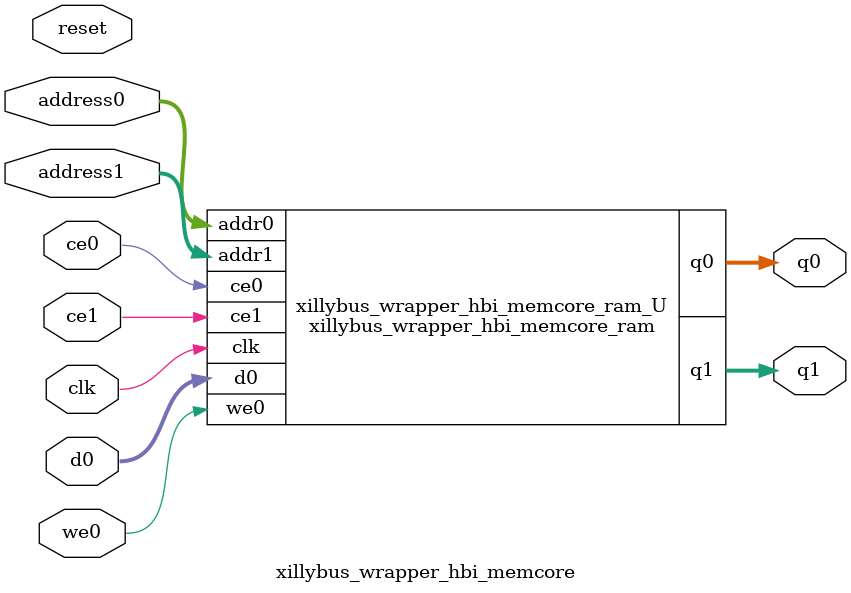
<source format=v>

`timescale 1 ns / 1 ps
module xillybus_wrapper_hbi_memcore_ram (addr0, ce0, d0, we0, q0, addr1, ce1, q1,  clk);

parameter DWIDTH = 32;
parameter AWIDTH = 10;
parameter MEM_SIZE = 576;

input[AWIDTH-1:0] addr0;
input ce0;
input[DWIDTH-1:0] d0;
input we0;
output reg[DWIDTH-1:0] q0;
input[AWIDTH-1:0] addr1;
input ce1;
output reg[DWIDTH-1:0] q1;
input clk;

(* ram_style = "block" *)reg [DWIDTH-1:0] ram[0:MEM_SIZE-1];




always @(posedge clk)  
begin 
    if (ce0) 
    begin
        if (we0) 
        begin 
            ram[addr0] <= d0; 
            q0 <= d0;
        end 
        else 
            q0 <= ram[addr0];
    end
end


always @(posedge clk)  
begin 
    if (ce1) 
    begin
            q1 <= ram[addr1];
    end
end


endmodule


`timescale 1 ns / 1 ps
module xillybus_wrapper_hbi_memcore(
    reset,
    clk,
    address0,
    ce0,
    we0,
    d0,
    q0,
    address1,
    ce1,
    q1);

parameter DataWidth = 32'd32;
parameter AddressRange = 32'd576;
parameter AddressWidth = 32'd10;
input reset;
input clk;
input[AddressWidth - 1:0] address0;
input ce0;
input we0;
input[DataWidth - 1:0] d0;
output[DataWidth - 1:0] q0;
input[AddressWidth - 1:0] address1;
input ce1;
output[DataWidth - 1:0] q1;



xillybus_wrapper_hbi_memcore_ram xillybus_wrapper_hbi_memcore_ram_U(
    .clk( clk ),
    .addr0( address0 ),
    .ce0( ce0 ),
    .d0( d0 ),
    .we0( we0 ),
    .q0( q0 ),
    .addr1( address1 ),
    .ce1( ce1 ),
    .q1( q1 ));

endmodule


</source>
